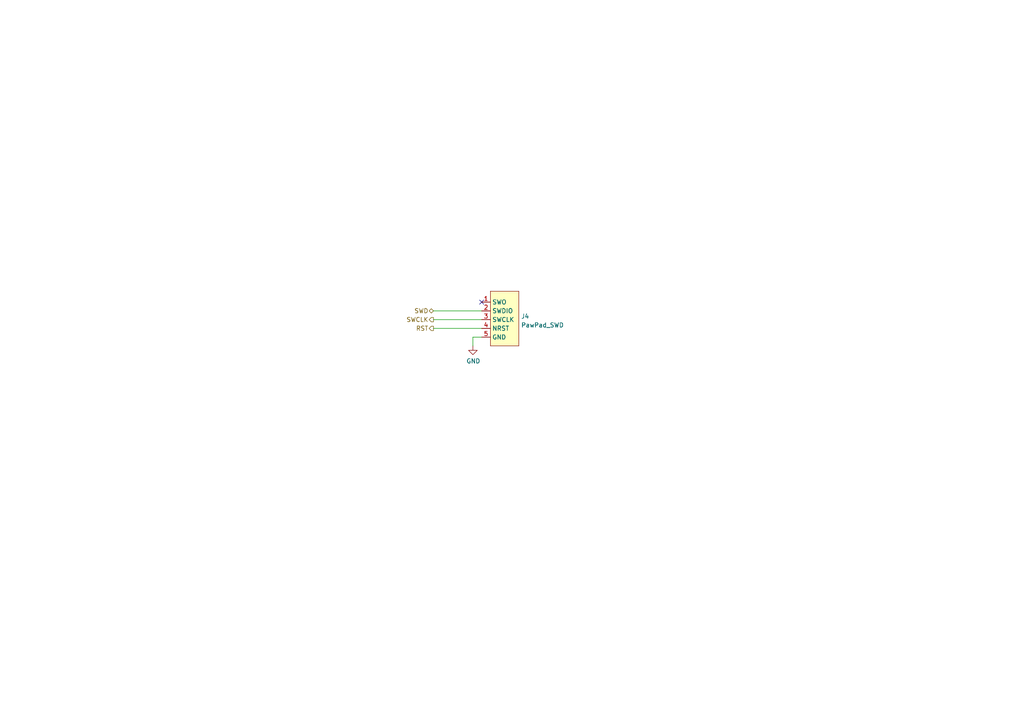
<source format=kicad_sch>
(kicad_sch (version 20230121) (generator eeschema)
  (paper "A4")
  (title_block (title "SWD Interface") (date "2023-03-17") (rev "1") (company "Cuprum77"))
  (lib_symbols
    (symbol "pawpad:PawPad_SWD"
      (property "Reference" "J" (at 0 10.16 0))
      (property "Value" "PawPad_SWD" (at 0 -9.525 0))
      (symbol "PawPad_SWD_0_1"
        (rectangle (start -3.81 8.255) (end 4.445 -7.62) (fill (type background)))
      )
      (symbol "PawPad_SWD_1_1"
        (pin input line (at -6.35 5.08 0) (length 2.54) (name "SWO") (number "1"))
        (pin input line (at -6.35 2.54 0) (length 2.54) (name "SWDIO") (number "2"))
        (pin input line (at -6.35 0 0) (length 2.54) (name "SWCLK") (number "3"))
        (pin input line (at -6.35 -2.54 0) (length 2.54) (name "NRST") (number "4"))
        (pin input line (at -6.35 -5.08 0) (length 2.54) (name "GND") (number "5"))
      )
    )
    (symbol "power:GND" (power) (pin_names (offset 0))
      (property "Value" "GND" (at 0 -3.81 0))
      (symbol "GND_0_1"
        (polyline (pts (xy 0 0) (xy 0 -1.27) (xy 1.27 -1.27) (xy 0 -2.54) (xy -1.27 -1.27) (xy 0 -1.27)))
      )
      (symbol "GND_1_1"
        (pin power_in line (at 0 0 270) (length 0) hide (name "GND") (number "1"))
      )
    )
  )
  (no_connect (at 139.7 87.63))
  (wire (pts (xy 137.16 100.33) (xy 137.16 97.79)))
  (wire (pts (xy 125.73 95.25) (xy 139.7 95.25)))
  (wire (pts (xy 137.16 97.79) (xy 139.7 97.79)))
  (wire (pts (xy 125.73 90.17) (xy 139.7 90.17)))
  (wire (pts (xy 125.73 92.71) (xy 139.7 92.71)))
  (hierarchical_label "SWD" (shape bidirectional) (at 125.73 90.17 180))
  (hierarchical_label "RST" (shape output) (at 125.73 95.25 180))
  (hierarchical_label "SWCLK" (shape output) (at 125.73 92.71 180))
  (symbol (lib_id "power:GND") (at 137.16 100.33 0) (unit 1)
    (property "Reference" "#PWR?" (effects hide))
    (property "Value" "GND" (at 137.287 104.7242 0))
    (instances (project "USB-PD" (path "" (reference "#PWR?") (unit 1)) (path "" (reference "#PWR029") (unit 1))))
  )
  (symbol (lib_id "pawpad:PawPad_SWD") (at 146.05 92.71 0) (unit 1)
    (property "Reference" "J4" (at 151.13 91.7575 0) (effects (justify left)))
    (property "Value" "PawPad_SWD" (at 151.13 94.2975 0) (effects (justify left)))
    (property "Footprint" "PawPad:pawpad" (effects hide))
  )
)
</source>
